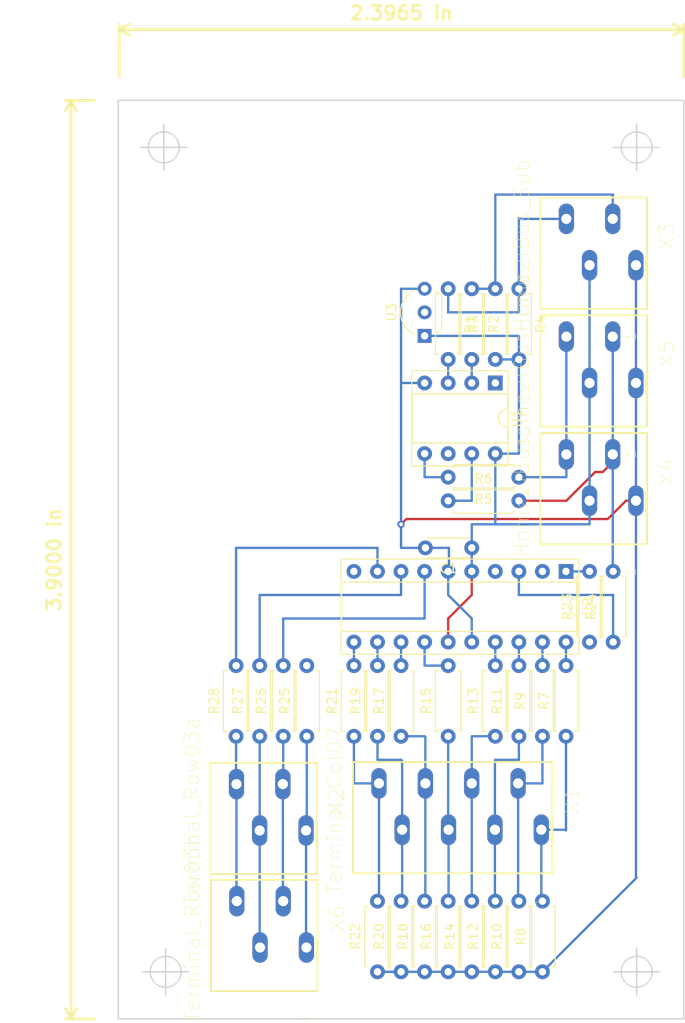
<source format=kicad_pcb>
(kicad_pcb (version 20171130) (host pcbnew 5.0.2+dfsg1-1)
  (title_block (title "Matrix Card 4x8") (date 2019-10-30) (company "Gundolf Kiefer"))
  (layers (0 F.Cu signal) (1 In1.Cu signal hide) (2 In2.Cu signal) (31 B.Cu signal) (34 B.Paste user) (35 F.Paste user) (36 B.SilkS user) (37 F.SilkS user) (38 B.Mask user) (39 F.Mask user) (44 Edge.Cuts user))
  (net 0 "")
  (net 1 +5V)
  (net 2 /twi_ma_scl)
  (net 3 /twi_ma_sda)
  (net 4 /SCL)
  (net 5 /SDA)
  (net 6 GND)
  (net 7 "Net-(U1-Pad1)")
  (net 8 "Net-(R23-Pad2)")
  (net 9 "Net-(R28-Pad2)")
  (net 10 "Net-(R27-Pad2)")
  (net 11 "Net-(R26-Pad2)")
  (net 12 "Net-(R25-Pad2)")
  (net 13 "Net-(R24-Pad1)")
  (net 14 "Net-(R5-Pad2)")
  (net 15 "Net-(R6-Pad1)")
  (net 16 "Net-(R7-Pad2)")
  (net 17 "Net-(R11-Pad2)")
  (net 18 "Net-(R9-Pad2)")
  (net 19 "Net-(R21-Pad2)")
  (net 20 "Net-(R19-Pad2)")
  (net 21 "Net-(R17-Pad2)")
  (net 22 "Net-(R15-Pad2)")
  (net 23 "Net-(R13-Pad2)")
  (net 24 "Net-(U2-Pad2)")
  (net 25 "Net-(U1-Pad6)")
  (net 26 "Net-(U2-Pad10)")
  (net 27 "Net-(R27-Pad1)")
  (net 28 "Net-(R28-Pad1)")
  (net 29 "Net-(R7-Pad1)")
  (net 30 "Net-(R10-Pad2)")
  (net 31 "Net-(R11-Pad1)")
  (net 32 "Net-(R13-Pad1)")
  (net 33 "Net-(R15-Pad1)")
  (net 34 "Net-(R26-Pad1)")
  (net 35 "Net-(R25-Pad1)")
  (net 36 "Net-(R21-Pad1)")
  (net 37 "Net-(R19-Pad1)")
  (net 38 "Net-(R17-Pad1)")
  (net 39 "Net-(R1-Pad1)")
  (net 40 "Net-(R2-Pad1)")
  (module 250-404_000-012:P-250-404 (layer F.Cu) (at 41.1672 140.86 270)
    (fp_text reference X6 (at -1.80022 -7.8138 270) (layer F.SilkS) (effects (font (size 1.57501 1.57501) (thickness 0.05))))
    (fp_text value Terminal_Row03b (at -0.80054 7.79256 270) (layer F.SilkS) (effects (font (size 1.57589 1.57589) (thickness 0.05))))
    (fp_text user 1 (at 9.00484 -4.01496 270) (layer F.SilkS) (effects (font (thickness 0.05))))
    (pad L1 thru_hole oval (at 1.3 -4.5128 90) (size 3.3 1.65) (drill 1.1) (layers *.Cu *.Mask) (net 35 "Net-(R25-Pad1)"))
    (pad L2 thru_hole oval (at -3.7 -2.0128 270) (size 3.3 1.65) (drill 1.1) (layers *.Cu *.Mask) (net 34 "Net-(R26-Pad1)"))
    (pad L3 thru_hole oval (at 1.3 0.4872 270) (size 3.3 1.65) (drill 1.1) (layers *.Cu *.Mask) (net 27 "Net-(R27-Pad1)"))
    (pad L4 thru_hole oval (at -3.7 2.9872 270) (size 3.3 1.65) (drill 1.1) (layers *.Cu *.Mask) (net 28 "Net-(R28-Pad1)"))
  )
  (module 250-404_000-012:P-250-404 (layer F.Cu) (at 76.6872 67.28 270)
    (fp_text reference X3 (at -1.80022 -7.8138 270) (layer F.SilkS) (effects (font (size 1.57501 1.57501) (thickness 0.05))))
    (fp_text value Home2lBus_Sub (at -0.80054 7.79256 270) (layer F.SilkS) (effects (font (size 1.57589 1.57589) (thickness 0.05))))
    (fp_text user 1 (at 9.00484 -4.01496 270) (layer F.SilkS) (effects (font (thickness 0.05))))
    (pad L1 thru_hole oval (at 1.3 -4.5128 90) (size 3.3 1.65) (drill 1.1) (layers *.Cu *.Mask) (net 6 GND))
    (pad L2 thru_hole oval (at -3.7 -2.0128 270) (size 3.3 1.65) (drill 1.1) (layers *.Cu *.Mask) (net 40 "Net-(R2-Pad1)"))
    (pad L3 thru_hole oval (at 1.3 0.4872 270) (size 3.3 1.65) (drill 1.1) (layers *.Cu *.Mask) (net 1 +5V))
    (pad L4 thru_hole oval (at -3.7 2.9872 270) (size 3.3 1.65) (drill 1.1) (layers *.Cu *.Mask) (net 39 "Net-(R1-Pad1)"))
  )
  (module Package_TO_SOT_THT:TO-92_Inline_Wide (layer F.Cu) (at 58.42 76.2 90)
    (fp_text reference U3 (at 2.54 -3.56 90) (layer F.SilkS))
    (fp_text value TSIC306-TO92)
    (pad 1 thru_hole rect (at 0 0 180) (size 1.5 1.5) (drill 0.8) (layers *.Cu *.Mask) (net 1 +5V))
    (pad 3 thru_hole circle (at 5.08 0 180) (size 1.5 1.5) (drill 0.8) (layers *.Cu *.Mask) (net 6 GND))
    (pad 2 thru_hole circle (at 2.54 0 180) (size 1.5 1.5) (drill 0.8) (layers *.Cu *.Mask) (net 24 "Net-(U2-Pad2)"))
  )
  (module Package_DIP:DIP-20_W7.62mm_Socket (layer F.Cu) (at 73.66 101.6 270)
    (fp_text reference U2 (at 3.81 -2.33 270) (layer F.SilkS))
    (fp_text value ATtiny861-20PU)
    (pad 1 thru_hole rect (at 0 0 270) (size 1.6 1.6) (drill 0.8) (layers *.Cu *.Mask) (net 8 "Net-(R23-Pad2)"))
    (pad 11 thru_hole oval (at 7.62 22.86 270) (size 1.6 1.6) (drill 0.8) (layers *.Cu *.Mask) (net 19 "Net-(R21-Pad2)"))
    (pad 2 thru_hole oval (at 0 2.54 270) (size 1.6 1.6) (drill 0.8) (layers *.Cu *.Mask) (net 24 "Net-(U2-Pad2)"))
    (pad 12 thru_hole oval (at 7.62 20.32 270) (size 1.6 1.6) (drill 0.8) (layers *.Cu *.Mask) (net 20 "Net-(R19-Pad2)"))
    (pad 3 thru_hole oval (at 0 5.08 270) (size 1.6 1.6) (drill 0.8) (layers *.Cu *.Mask) (net 13 "Net-(R24-Pad1)"))
    (pad 13 thru_hole oval (at 7.62 17.78 270) (size 1.6 1.6) (drill 0.8) (layers *.Cu *.Mask) (net 21 "Net-(R17-Pad2)"))
    (pad 4 thru_hole oval (at 0 7.62 270) (size 1.6 1.6) (drill 0.8) (layers *.Cu *.Mask) (net 12 "Net-(R25-Pad2)"))
    (pad 14 thru_hole oval (at 7.62 15.24 270) (size 1.6 1.6) (drill 0.8) (layers *.Cu *.Mask) (net 22 "Net-(R15-Pad2)"))
    (pad 5 thru_hole oval (at 0 10.16 270) (size 1.6 1.6) (drill 0.8) (layers *.Cu *.Mask) (net 1 +5V))
    (pad 15 thru_hole oval (at 7.62 12.7 270) (size 1.6 1.6) (drill 0.8) (layers *.Cu *.Mask) (net 1 +5V))
    (pad 6 thru_hole oval (at 0 12.7 270) (size 1.6 1.6) (drill 0.8) (layers *.Cu *.Mask) (net 6 GND))
    (pad 16 thru_hole oval (at 7.62 10.16 270) (size 1.6 1.6) (drill 0.8) (layers *.Cu *.Mask) (net 6 GND))
    (pad 7 thru_hole oval (at 0 15.24 270) (size 1.6 1.6) (drill 0.8) (layers *.Cu *.Mask) (net 11 "Net-(R26-Pad2)"))
    (pad 17 thru_hole oval (at 7.62 7.62 270) (size 1.6 1.6) (drill 0.8) (layers *.Cu *.Mask) (net 23 "Net-(R13-Pad2)"))
    (pad 8 thru_hole oval (at 0 17.78 270) (size 1.6 1.6) (drill 0.8) (layers *.Cu *.Mask) (net 10 "Net-(R27-Pad2)"))
    (pad 18 thru_hole oval (at 7.62 5.08 270) (size 1.6 1.6) (drill 0.8) (layers *.Cu *.Mask) (net 17 "Net-(R11-Pad2)"))
    (pad 9 thru_hole oval (at 0 20.32 270) (size 1.6 1.6) (drill 0.8) (layers *.Cu *.Mask) (net 9 "Net-(R28-Pad2)"))
    (pad 19 thru_hole oval (at 7.62 2.54 270) (size 1.6 1.6) (drill 0.8) (layers *.Cu *.Mask) (net 18 "Net-(R9-Pad2)"))
    (pad 10 thru_hole oval (at 0 22.86 270) (size 1.6 1.6) (drill 0.8) (layers *.Cu *.Mask) (net 26 "Net-(U2-Pad10)"))
    (pad 20 thru_hole oval (at 7.62 0 270) (size 1.6 1.6) (drill 0.8) (layers *.Cu *.Mask) (net 16 "Net-(R7-Pad2)"))
  )
  (module 250-404_000-012:P-250-404 (layer F.Cu) (at 76.6872 79.98 270)
    (fp_text reference X5 (at -1.80022 -7.8138 270) (layer F.SilkS) (effects (font (size 1.57501 1.57501) (thickness 0.05))))
    (fp_text value Home2lBus_Thru (at -0.80054 7.79256 270) (layer F.SilkS) (effects (font (size 1.57589 1.57589) (thickness 0.05))))
    (fp_text user 1 (at 9.00484 -4.01496 270) (layer F.SilkS) (effects (font (thickness 0.05))))
    (pad L1 thru_hole oval (at 1.3 -4.5128 90) (size 3.3 1.65) (drill 1.1) (layers *.Cu *.Mask) (net 6 GND))
    (pad L2 thru_hole oval (at -3.7 -2.0128 270) (size 3.3 1.65) (drill 1.1) (layers *.Cu *.Mask) (net 4 /SCL))
    (pad L3 thru_hole oval (at 1.3 0.4872 270) (size 3.3 1.65) (drill 1.1) (layers *.Cu *.Mask) (net 1 +5V))
    (pad L4 thru_hole oval (at -3.7 2.9872 270) (size 3.3 1.65) (drill 1.1) (layers *.Cu *.Mask) (net 5 /SDA))
  )
  (module 250-404_000-012:P-250-404 (layer F.Cu) (at 76.6872 92.68 270)
    (fp_text reference X4 (at -1.80022 -7.8138 270) (layer F.SilkS) (effects (font (size 1.57501 1.57501) (thickness 0.05))))
    (fp_text value Home2lBus_In (at -0.80054 7.79256 270) (layer F.SilkS) (effects (font (size 1.57589 1.57589) (thickness 0.05))))
    (fp_text user 1 (at 9.00484 -4.01496 270) (layer F.SilkS) (effects (font (thickness 0.05))))
    (pad L4 thru_hole oval (at -3.7 2.9872 270) (size 3.3 1.65) (drill 1.1) (layers *.Cu *.Mask) (net 5 /SDA))
    (pad L3 thru_hole oval (at 1.3 0.4872 270) (size 3.3 1.65) (drill 1.1) (layers *.Cu *.Mask) (net 1 +5V))
    (pad L2 thru_hole oval (at -3.7 -2.0128 270) (size 3.3 1.65) (drill 1.1) (layers *.Cu *.Mask) (net 4 /SCL))
    (pad L1 thru_hole oval (at 1.3 -4.5128 90) (size 3.3 1.65) (drill 1.1) (layers *.Cu *.Mask) (net 6 GND))
  )
  (module 250-404_000-012:P-250-404 (layer F.Cu) (at 41.1272 128.24 270)
    (fp_text reference X2 (at -1.80022 -7.8138 270) (layer F.SilkS) (effects (font (size 1.57501 1.57501) (thickness 0.05))))
    (fp_text value Terminal_Row03a (at -0.80054 7.79256 270) (layer F.SilkS) (effects (font (size 1.57589 1.57589) (thickness 0.05))))
    (fp_text user 1 (at 8.92 3.0272 270) (layer F.SilkS) (effects (font (thickness 0.05))))
    (pad L1 thru_hole oval (at 1.3 -4.5128 90) (size 3.3 1.65) (drill 1.1) (layers *.Cu *.Mask) (net 35 "Net-(R25-Pad1)"))
    (pad L2 thru_hole oval (at -3.7 -2.0128 270) (size 3.3 1.65) (drill 1.1) (layers *.Cu *.Mask) (net 34 "Net-(R26-Pad1)"))
    (pad L3 thru_hole oval (at 1.3 0.4872 270) (size 3.3 1.65) (drill 1.1) (layers *.Cu *.Mask) (net 27 "Net-(R27-Pad1)"))
    (pad L4 thru_hole oval (at -3.7 2.9872 270) (size 3.3 1.65) (drill 1.1) (layers *.Cu *.Mask) (net 28 "Net-(R28-Pad1)"))
  )
  (module 250-408_000-012:P-250-408 (layer F.Cu) (at 61.5278 128.16 270)
    (fp_text reference X1 (at -1.80134 -12.7816 270) (layer F.SilkS) (effects (font (size 1.57596 1.57596) (thickness 0.05))))
    (fp_text value Terminal_Col07 (at -0.80153 12.8522 270) (layer F.SilkS) (effects (font (size 1.5778 1.5778) (thickness 0.05))))
    (fp_text user 1 (at 9.10895 -9.18122 270) (layer F.SilkS) (effects (font (thickness 0.05))))
    (pad L1 thru_hole oval (at 1.3 -9.4722 270) (size 3.3 1.65) (drill 1.1) (layers *.Cu *.Mask) (net 29 "Net-(R7-Pad1)"))
    (pad L2 thru_hole oval (at -3.7 -6.9722 270) (size 3.3 1.65) (drill 1.1) (layers *.Cu *.Mask) (net 30 "Net-(R10-Pad2)"))
    (pad L3 thru_hole oval (at 1.3 -4.4722 270) (size 3.3 1.65) (drill 1.1) (layers *.Cu *.Mask) (net 31 "Net-(R11-Pad1)"))
    (pad L4 thru_hole oval (at -3.7 -1.9722 270) (size 3.3 1.65) (drill 1.1) (layers *.Cu *.Mask) (net 32 "Net-(R13-Pad1)"))
    (pad L5 thru_hole oval (at 1.3 0.5278 270) (size 3.3 1.65) (drill 1.1) (layers *.Cu *.Mask) (net 33 "Net-(R15-Pad1)"))
    (pad L6 thru_hole oval (at -3.7 3.0278 270) (size 3.3 1.65) (drill 1.1) (layers *.Cu *.Mask) (net 38 "Net-(R17-Pad1)"))
    (pad L7 thru_hole oval (at 1.3 5.5278 270) (size 3.3 1.65) (drill 1.1) (layers *.Cu *.Mask) (net 37 "Net-(R19-Pad1)"))
    (pad L8 thru_hole oval (at -3.7 8.0278 270) (size 3.3 1.65) (drill 1.1) (layers *.Cu *.Mask) (net 36 "Net-(R21-Pad1)"))
  )
  (module Capacitor_THT:C_Disc_D4.3mm_W1.9mm_P5.00mm (layer F.Cu) (at 63.5 99.06 180)
    (fp_text reference C1 (at 2.5 -2.2 180) (layer F.SilkS))
    (fp_text value 100nF)
    (pad 2 thru_hole circle (at 5 0 180) (size 1.6 1.6) (drill 0.8) (layers *.Cu *.Mask) (net 6 GND))
    (pad 1 thru_hole circle (at 0 0 180) (size 1.6 1.6) (drill 0.8) (layers *.Cu *.Mask) (net 1 +5V))
  )
  (module Package_DIP:DIP-8_W7.62mm_Socket (layer F.Cu) (at 66.04 81.28 270)
    (fp_text reference U1 (at 3.81 -2.33 270) (layer F.SilkS))
    (fp_text value ATtiny85V-10PU)
    (pad 8 thru_hole oval (at 7.62 0 270) (size 1.6 1.6) (drill 0.8) (layers *.Cu *.Mask) (net 1 +5V))
    (pad 4 thru_hole oval (at 0 7.62 270) (size 1.6 1.6) (drill 0.8) (layers *.Cu *.Mask) (net 6 GND))
    (pad 7 thru_hole oval (at 7.62 2.54 270) (size 1.6 1.6) (drill 0.8) (layers *.Cu *.Mask) (net 15 "Net-(R6-Pad1)"))
    (pad 3 thru_hole oval (at 0 5.08 270) (size 1.6 1.6) (drill 0.8) (layers *.Cu *.Mask) (net 3 /twi_ma_sda))
    (pad 6 thru_hole oval (at 7.62 5.08 270) (size 1.6 1.6) (drill 0.8) (layers *.Cu *.Mask) (net 25 "Net-(U1-Pad6)"))
    (pad 2 thru_hole oval (at 0 2.54 270) (size 1.6 1.6) (drill 0.8) (layers *.Cu *.Mask) (net 2 /twi_ma_scl))
    (pad 5 thru_hole oval (at 7.62 7.62 270) (size 1.6 1.6) (drill 0.8) (layers *.Cu *.Mask) (net 14 "Net-(R5-Pad2)"))
    (pad 1 thru_hole rect (at 0 0 270) (size 1.6 1.6) (drill 0.8) (layers *.Cu *.Mask) (net 7 "Net-(U1-Pad1)"))
  )
  (module Resistor_THT:R_Axial_DIN0207_L6.3mm_D2.5mm_P7.62mm_Horizontal (layer F.Cu) (at 68.58 144.78 90)
    (fp_text reference R10 (at 3.81 -2.37 90) (layer F.SilkS))
    (fp_text value 10k)
    (pad 2 thru_hole oval (at 7.62 0 90) (size 1.6 1.6) (drill 0.8) (layers *.Cu *.Mask) (net 30 "Net-(R10-Pad2)"))
    (pad 1 thru_hole circle (at 0 0 90) (size 1.6 1.6) (drill 0.8) (layers *.Cu *.Mask) (net 6 GND))
  )
  (module Resistor_THT:R_Axial_DIN0207_L6.3mm_D2.5mm_P7.62mm_Horizontal (layer F.Cu) (at 66.04 144.78 90)
    (fp_text reference R12 (at 3.81 -2.37 90) (layer F.SilkS))
    (fp_text value 10k)
    (pad 2 thru_hole oval (at 7.62 0 90) (size 1.6 1.6) (drill 0.8) (layers *.Cu *.Mask) (net 31 "Net-(R11-Pad1)"))
    (pad 1 thru_hole circle (at 0 0 90) (size 1.6 1.6) (drill 0.8) (layers *.Cu *.Mask) (net 6 GND))
  )
  (module Resistor_THT:R_Axial_DIN0207_L6.3mm_D2.5mm_P7.62mm_Horizontal (layer F.Cu) (at 66.04 119.38 90)
    (fp_text reference R13 (at 3.81 -2.37 90) (layer F.SilkS))
    (fp_text value 1k)
    (pad 2 thru_hole oval (at 7.62 0 90) (size 1.6 1.6) (drill 0.8) (layers *.Cu *.Mask) (net 23 "Net-(R13-Pad2)"))
    (pad 1 thru_hole circle (at 0 0 90) (size 1.6 1.6) (drill 0.8) (layers *.Cu *.Mask) (net 32 "Net-(R13-Pad1)"))
  )
  (module Resistor_THT:R_Axial_DIN0207_L6.3mm_D2.5mm_P7.62mm_Horizontal (layer F.Cu) (at 63.5 144.78 90)
    (fp_text reference R14 (at 3.81 -2.37 90) (layer F.SilkS))
    (fp_text value 10k)
    (pad 2 thru_hole oval (at 7.62 0 90) (size 1.6 1.6) (drill 0.8) (layers *.Cu *.Mask) (net 32 "Net-(R13-Pad1)"))
    (pad 1 thru_hole circle (at 0 0 90) (size 1.6 1.6) (drill 0.8) (layers *.Cu *.Mask) (net 6 GND))
  )
  (module Resistor_THT:R_Axial_DIN0207_L6.3mm_D2.5mm_P7.62mm_Horizontal (layer F.Cu) (at 60.96 119.38 90)
    (fp_text reference R15 (at 3.81 -2.37 90) (layer F.SilkS))
    (fp_text value 1k)
    (pad 2 thru_hole oval (at 7.62 0 90) (size 1.6 1.6) (drill 0.8) (layers *.Cu *.Mask) (net 22 "Net-(R15-Pad2)"))
    (pad 1 thru_hole circle (at 0 0 90) (size 1.6 1.6) (drill 0.8) (layers *.Cu *.Mask) (net 33 "Net-(R15-Pad1)"))
  )
  (module Resistor_THT:R_Axial_DIN0207_L6.3mm_D2.5mm_P7.62mm_Horizontal (layer F.Cu) (at 60.96 144.78 90)
    (fp_text reference R16 (at 3.81 -2.37 90) (layer F.SilkS))
    (fp_text value 10k)
    (pad 2 thru_hole oval (at 7.62 0 90) (size 1.6 1.6) (drill 0.8) (layers *.Cu *.Mask) (net 33 "Net-(R15-Pad1)"))
    (pad 1 thru_hole circle (at 0 0 90) (size 1.6 1.6) (drill 0.8) (layers *.Cu *.Mask) (net 6 GND))
  )
  (module Resistor_THT:R_Axial_DIN0207_L6.3mm_D2.5mm_P7.62mm_Horizontal (layer F.Cu) (at 55.88 119.38 90)
    (fp_text reference R17 (at 3.81 -2.37 90) (layer F.SilkS))
    (fp_text value 1k)
    (pad 2 thru_hole oval (at 7.62 0 90) (size 1.6 1.6) (drill 0.8) (layers *.Cu *.Mask) (net 21 "Net-(R17-Pad2)"))
    (pad 1 thru_hole circle (at 0 0 90) (size 1.6 1.6) (drill 0.8) (layers *.Cu *.Mask) (net 38 "Net-(R17-Pad1)"))
  )
  (module Resistor_THT:R_Axial_DIN0207_L6.3mm_D2.5mm_P7.62mm_Horizontal (layer F.Cu) (at 58.42 144.78 90)
    (fp_text reference R18 (at 3.81 -2.37 90) (layer F.SilkS))
    (fp_text value 10k)
    (pad 2 thru_hole oval (at 7.62 0 90) (size 1.6 1.6) (drill 0.8) (layers *.Cu *.Mask) (net 38 "Net-(R17-Pad1)"))
    (pad 1 thru_hole circle (at 0 0 90) (size 1.6 1.6) (drill 0.8) (layers *.Cu *.Mask) (net 6 GND))
  )
  (module Resistor_THT:R_Axial_DIN0207_L6.3mm_D2.5mm_P7.62mm_Horizontal (layer F.Cu) (at 53.34 119.38 90)
    (fp_text reference R19 (at 3.81 -2.37 90) (layer F.SilkS))
    (fp_text value 1k)
    (pad 2 thru_hole oval (at 7.62 0 90) (size 1.6 1.6) (drill 0.8) (layers *.Cu *.Mask) (net 20 "Net-(R19-Pad2)"))
    (pad 1 thru_hole circle (at 0 0 90) (size 1.6 1.6) (drill 0.8) (layers *.Cu *.Mask) (net 37 "Net-(R19-Pad1)"))
  )
  (module Resistor_THT:R_Axial_DIN0207_L6.3mm_D2.5mm_P7.62mm_Horizontal (layer F.Cu) (at 55.88 144.78 90)
    (fp_text reference R20 (at 3.81 -2.37 90) (layer F.SilkS))
    (fp_text value 10k)
    (pad 2 thru_hole oval (at 7.62 0 90) (size 1.6 1.6) (drill 0.8) (layers *.Cu *.Mask) (net 37 "Net-(R19-Pad1)"))
    (pad 1 thru_hole circle (at 0 0 90) (size 1.6 1.6) (drill 0.8) (layers *.Cu *.Mask) (net 6 GND))
  )
  (module Resistor_THT:R_Axial_DIN0207_L6.3mm_D2.5mm_P7.62mm_Horizontal (layer F.Cu) (at 50.8 119.38 90)
    (fp_text reference R21 (at 3.81 -2.37 90) (layer F.SilkS))
    (fp_text value 1k)
    (pad 2 thru_hole oval (at 7.62 0 90) (size 1.6 1.6) (drill 0.8) (layers *.Cu *.Mask) (net 19 "Net-(R21-Pad2)"))
    (pad 1 thru_hole circle (at 0 0 90) (size 1.6 1.6) (drill 0.8) (layers *.Cu *.Mask) (net 36 "Net-(R21-Pad1)"))
  )
  (module Resistor_THT:R_Axial_DIN0207_L6.3mm_D2.5mm_P7.62mm_Horizontal (layer F.Cu) (at 53.34 144.78 90)
    (fp_text reference R22 (at 3.81 -2.37 90) (layer F.SilkS))
    (fp_text value 10k)
    (pad 2 thru_hole oval (at 7.62 0 90) (size 1.6 1.6) (drill 0.8) (layers *.Cu *.Mask) (net 36 "Net-(R21-Pad1)"))
    (pad 1 thru_hole circle (at 0 0 90) (size 1.6 1.6) (drill 0.8) (layers *.Cu *.Mask) (net 6 GND))
  )
  (module Resistor_THT:R_Axial_DIN0207_L6.3mm_D2.5mm_P7.62mm_Horizontal (layer F.Cu) (at 71.12 119.38 90)
    (fp_text reference R9 (at 3.81 -2.37 90) (layer F.SilkS))
    (fp_text value 1k)
    (pad 2 thru_hole oval (at 7.62 0 90) (size 1.6 1.6) (drill 0.8) (layers *.Cu *.Mask) (net 18 "Net-(R9-Pad2)"))
    (pad 1 thru_hole circle (at 0 0 90) (size 1.6 1.6) (drill 0.8) (layers *.Cu *.Mask) (net 30 "Net-(R10-Pad2)"))
  )
  (module Resistor_THT:R_Axial_DIN0207_L6.3mm_D2.5mm_P7.62mm_Horizontal (layer F.Cu) (at 68.58 119.38 90)
    (fp_text reference R11 (at 3.81 -2.37 90) (layer F.SilkS))
    (fp_text value 1k)
    (pad 2 thru_hole oval (at 7.62 0 90) (size 1.6 1.6) (drill 0.8) (layers *.Cu *.Mask) (net 17 "Net-(R11-Pad2)"))
    (pad 1 thru_hole circle (at 0 0 90) (size 1.6 1.6) (drill 0.8) (layers *.Cu *.Mask) (net 31 "Net-(R11-Pad1)"))
  )
  (module Resistor_THT:R_Axial_DIN0207_L6.3mm_D2.5mm_P7.62mm_Horizontal (layer F.Cu) (at 71.12 144.78 90)
    (fp_text reference R8 (at 3.81 -2.37 90) (layer F.SilkS))
    (fp_text value 10k)
    (pad 2 thru_hole oval (at 7.62 0 90) (size 1.6 1.6) (drill 0.8) (layers *.Cu *.Mask) (net 29 "Net-(R7-Pad1)"))
    (pad 1 thru_hole circle (at 0 0 90) (size 1.6 1.6) (drill 0.8) (layers *.Cu *.Mask) (net 6 GND))
  )
  (module Resistor_THT:R_Axial_DIN0207_L6.3mm_D2.5mm_P7.62mm_Horizontal (layer F.Cu) (at 73.66 119.38 90)
    (fp_text reference R7 (at 3.81 -2.37 90) (layer F.SilkS))
    (fp_text value 1k)
    (pad 2 thru_hole oval (at 7.62 0 90) (size 1.6 1.6) (drill 0.8) (layers *.Cu *.Mask) (net 16 "Net-(R7-Pad2)"))
    (pad 1 thru_hole circle (at 0 0 90) (size 1.6 1.6) (drill 0.8) (layers *.Cu *.Mask) (net 29 "Net-(R7-Pad1)"))
  )
  (module Resistor_THT:R_Axial_DIN0207_L6.3mm_D2.5mm_P7.62mm_Horizontal (layer F.Cu) (at 60.96 93.98)
    (fp_text reference R6 (at 3.81 -2.37) (layer F.SilkS))
    (fp_text value 100)
    (pad 2 thru_hole oval (at 7.62 0) (size 1.6 1.6) (drill 0.8) (layers *.Cu *.Mask) (net 4 /SCL))
    (pad 1 thru_hole circle (at 0 0) (size 1.6 1.6) (drill 0.8) (layers *.Cu *.Mask) (net 15 "Net-(R6-Pad1)"))
  )
  (module Resistor_THT:R_Axial_DIN0207_L6.3mm_D2.5mm_P7.62mm_Horizontal (layer F.Cu) (at 68.58 91.44 180)
    (fp_text reference R5 (at 3.81 -2.37 180) (layer F.SilkS))
    (fp_text value 100)
    (pad 2 thru_hole oval (at 7.62 0 180) (size 1.6 1.6) (drill 0.8) (layers *.Cu *.Mask) (net 14 "Net-(R5-Pad2)"))
    (pad 1 thru_hole circle (at 0 0 180) (size 1.6 1.6) (drill 0.8) (layers *.Cu *.Mask) (net 5 /SDA))
  )
  (module Resistor_THT:R_Axial_DIN0207_L6.3mm_D2.5mm_P7.62mm_Horizontal (layer F.Cu) (at 68.58 71.12 270)
    (fp_text reference R4 (at 3.81 -2.37 270) (layer F.SilkS))
    (fp_text value 1k)
    (pad 2 thru_hole oval (at 7.62 0 270) (size 1.6 1.6) (drill 0.8) (layers *.Cu *.Mask) (net 1 +5V))
    (pad 1 thru_hole circle (at 0 0 270) (size 1.6 1.6) (drill 0.8) (layers *.Cu *.Mask) (net 39 "Net-(R1-Pad1)"))
  )
  (module Resistor_THT:R_Axial_DIN0207_L6.3mm_D2.5mm_P7.62mm_Horizontal (layer F.Cu) (at 66.04 78.74 90)
    (fp_text reference R3 (at 3.81 -2.37 90) (layer F.SilkS))
    (fp_text value 1k)
    (pad 2 thru_hole oval (at 7.62 0 90) (size 1.6 1.6) (drill 0.8) (layers *.Cu *.Mask) (net 40 "Net-(R2-Pad1)"))
    (pad 1 thru_hole circle (at 0 0 90) (size 1.6 1.6) (drill 0.8) (layers *.Cu *.Mask) (net 1 +5V))
  )
  (module Resistor_THT:R_Axial_DIN0207_L6.3mm_D2.5mm_P7.62mm_Horizontal (layer F.Cu) (at 63.5 71.12 270)
    (fp_text reference R2 (at 3.81 -2.37 270) (layer F.SilkS))
    (fp_text value 100)
    (pad 2 thru_hole oval (at 7.62 0 270) (size 1.6 1.6) (drill 0.8) (layers *.Cu *.Mask) (net 2 /twi_ma_scl))
    (pad 1 thru_hole circle (at 0 0 270) (size 1.6 1.6) (drill 0.8) (layers *.Cu *.Mask) (net 40 "Net-(R2-Pad1)"))
  )
  (module Resistor_THT:R_Axial_DIN0207_L6.3mm_D2.5mm_P7.62mm_Horizontal (layer F.Cu) (at 60.96 71.12 270)
    (fp_text reference R1 (at 3.81 -2.37 270) (layer F.SilkS))
    (fp_text value 100)
    (pad 2 thru_hole oval (at 7.62 0 270) (size 1.6 1.6) (drill 0.8) (layers *.Cu *.Mask) (net 3 /twi_ma_sda))
    (pad 1 thru_hole circle (at 0 0 270) (size 1.6 1.6) (drill 0.8) (layers *.Cu *.Mask) (net 39 "Net-(R1-Pad1)"))
  )
  (module Resistor_THT:R_Axial_DIN0207_L6.3mm_D2.5mm_P7.62mm_Horizontal (layer F.Cu) (at 78.74 109.22 90)
    (fp_text reference R24 (at 3.81 -2.37 90) (layer F.SilkS))
    (fp_text value 100)
    (pad 2 thru_hole oval (at 7.62 0 90) (size 1.6 1.6) (drill 0.8) (layers *.Cu *.Mask) (net 4 /SCL))
    (pad 1 thru_hole circle (at 0 0 90) (size 1.6 1.6) (drill 0.8) (layers *.Cu *.Mask) (net 13 "Net-(R24-Pad1)"))
  )
  (module Resistor_THT:R_Axial_DIN0207_L6.3mm_D2.5mm_P7.62mm_Horizontal (layer F.Cu) (at 45.72 119.38 90)
    (fp_text reference R25 (at 3.81 -2.37 90) (layer F.SilkS))
    (fp_text value 100)
    (pad 2 thru_hole oval (at 7.62 0 90) (size 1.6 1.6) (drill 0.8) (layers *.Cu *.Mask) (net 12 "Net-(R25-Pad2)"))
    (pad 1 thru_hole circle (at 0 0 90) (size 1.6 1.6) (drill 0.8) (layers *.Cu *.Mask) (net 35 "Net-(R25-Pad1)"))
  )
  (module Resistor_THT:R_Axial_DIN0207_L6.3mm_D2.5mm_P7.62mm_Horizontal (layer F.Cu) (at 43.18 119.38 90)
    (fp_text reference R26 (at 3.81 -2.37 90) (layer F.SilkS))
    (fp_text value 100)
    (pad 2 thru_hole oval (at 7.62 0 90) (size 1.6 1.6) (drill 0.8) (layers *.Cu *.Mask) (net 11 "Net-(R26-Pad2)"))
    (pad 1 thru_hole circle (at 0 0 90) (size 1.6 1.6) (drill 0.8) (layers *.Cu *.Mask) (net 34 "Net-(R26-Pad1)"))
  )
  (module Resistor_THT:R_Axial_DIN0207_L6.3mm_D2.5mm_P7.62mm_Horizontal (layer F.Cu) (at 40.64 119.38 90)
    (fp_text reference R27 (at 3.81 -2.37 90) (layer F.SilkS))
    (fp_text value 100)
    (pad 2 thru_hole oval (at 7.62 0 90) (size 1.6 1.6) (drill 0.8) (layers *.Cu *.Mask) (net 10 "Net-(R27-Pad2)"))
    (pad 1 thru_hole circle (at 0 0 90) (size 1.6 1.6) (drill 0.8) (layers *.Cu *.Mask) (net 27 "Net-(R27-Pad1)"))
  )
  (module Resistor_THT:R_Axial_DIN0207_L6.3mm_D2.5mm_P7.62mm_Horizontal (layer F.Cu) (at 38.1 119.38 90)
    (fp_text reference R28 (at 3.81 -2.37 90) (layer F.SilkS))
    (fp_text value 100)
    (pad 2 thru_hole oval (at 7.62 0 90) (size 1.6 1.6) (drill 0.8) (layers *.Cu *.Mask) (net 9 "Net-(R28-Pad2)"))
    (pad 1 thru_hole circle (at 0 0 90) (size 1.6 1.6) (drill 0.8) (layers *.Cu *.Mask) (net 28 "Net-(R28-Pad1)"))
  )
  (module Resistor_THT:R_Axial_DIN0207_L6.3mm_D2.5mm_P7.62mm_Horizontal (layer F.Cu) (at 76.2 109.22 90)
    (fp_text reference R23 (at 3.81 -2.37 90) (layer F.SilkS))
    (fp_text value 100)
    (pad 2 thru_hole oval (at 7.62 0 90) (size 1.6 1.6) (drill 0.8) (layers *.Cu *.Mask) (net 8 "Net-(R23-Pad2)"))
    (pad 1 thru_hole circle (at 0 0 90) (size 1.6 1.6) (drill 0.8) (layers *.Cu *.Mask) (net 5 /SDA))
  )
  (target plus (at 81.28 144.78) (size 5) (width 0.15) (layer Edge.Cuts))
  (target plus (at 30.507442 144.78) (size 5) (width 0.15) (layer Edge.Cuts))
  (target plus (at 81.28 55.88) (size 5) (width 0.15) (layer Edge.Cuts))
  (target plus (at 30.302565 55.870249) (size 5) (width 0.15) (layer Edge.Cuts))
  (gr_line (start 86.36 149.86) (end 86.36 50.8) (layer Edge.Cuts) (width 0.15))
  (gr_line (start 25.4 149.86) (end 86.36 149.86) (layer Edge.Cuts) (width 0.15))
  (gr_line (start 25.4 50.8) (end 25.4 149.86) (layer Edge.Cuts) (width 0.15))
  (gr_line (start 86.36 50.8) (end 25.4 50.8) (layer Edge.Cuts) (width 0.15))
  (dimension 60.87181 (width 0.3) (layer F.SilkS) (gr_text "60.872 mm" (at 55.924516 41.081787 359.996635) (layer F.SilkS) (effects (font (size 1.5 1.5) (thickness 0.3)))) (feature1 (pts (xy 86.36 48.26) (xy 86.360333 42.597154))) (feature2 (pts (xy 25.48819 48.256425) (xy 25.488523 42.593579))) (crossbar (pts (xy 25.488488 43.18) (xy 86.360298 43.183575))) (arrow1a (pts (xy 86.360298 43.183575) (xy 85.23376 43.76993))) (arrow1b (pts (xy 86.360298 43.183575) (xy 85.233829 42.597088))) (arrow2a (pts (xy 25.488488 43.18) (xy 26.614957 43.766487))) (arrow2b (pts (xy 25.488488 43.18) (xy 26.615026 42.593645))))
  (dimension 99.06 (width 0.3) (layer F.SilkS) (gr_text "99.060 mm" (at 18.185624 100.33 270) (layer F.SilkS) (effects (font (size 1.5 1.5) (thickness 0.3)))) (feature1 (pts (xy 22.825624 149.86) (xy 19.699203 149.86))) (feature2 (pts (xy 22.825624 50.8) (xy 19.699203 50.8))) (crossbar (pts (xy 20.285624 50.8) (xy 20.285624 149.86))) (arrow1a (pts (xy 20.285624 149.86) (xy 19.699203 148.733496))) (arrow1b (pts (xy 20.285624 149.86) (xy 20.872045 148.733496))) (arrow2a (pts (xy 20.285624 50.8) (xy 19.699203 51.926504))) (arrow2b (pts (xy 20.285624 50.8) (xy 20.872045 51.926504))))
  (segment (start 76.2 68.58) (end 76.2 93.98) (width 0.25) (layer B.Cu) (net 1))
  (segment (start 63.5 99.06) (end 63.5 101.6) (width 0.25) (layer B.Cu) (net 1))
  (segment (start 68.58 88.9) (end 66.04 88.9) (width 0.25) (layer B.Cu) (net 1))
  (segment (start 68.58 78.74) (end 68.58 88.9) (width 0.25) (layer B.Cu) (net 1))
  (segment (start 68.58 78.74) (end 66.04 78.74) (width 0.25) (layer B.Cu) (net 1))
  (segment (start 63.5 101.6) (end 63.5 104.14) (width 0.25) (layer F.Cu) (net 1))
  (segment (start 63.5 104.14) (end 60.96 106.68) (width 0.25) (layer F.Cu) (net 1))
  (segment (start 60.96 106.68) (end 60.96 109.22) (width 0.25) (layer F.Cu) (net 1))
  (segment (start 76.2 93.98) (end 76.2 96.52) (width 0.25) (layer B.Cu) (net 1))
  (segment (start 76.2 96.52) (end 66.04 96.52) (width 0.25) (layer B.Cu) (net 1))
  (segment (start 66.04 96.52) (end 66.04 88.9) (width 0.25) (layer B.Cu) (net 1))
  (segment (start 68.58 76.2) (end 68.58 78.74) (width 0.25) (layer B.Cu) (net 1))
  (segment (start 58.42 76.2) (end 68.58 76.2) (width 0.25) (layer B.Cu) (net 1))
  (segment (start 66.04 96.52) (end 63.5 96.52) (width 0.25) (layer B.Cu) (net 1))
  (segment (start 63.5 96.52) (end 63.5 99.06) (width 0.25) (layer B.Cu) (net 1))
  (segment (start 63.5 78.74) (end 63.5 81.28) (width 0.25) (layer B.Cu) (net 2))
  (segment (start 60.96 78.74) (end 60.96 81.28) (width 0.25) (layer B.Cu) (net 3))
  (segment (start 78.7 76.28) (end 78.7 88.98) (width 0.25) (layer B.Cu) (net 4))
  (segment (start 78.7 88.98) (end 78.7 101.56) (width 0.25) (layer B.Cu) (net 4))
  (segment (start 78.7 89.805) (end 78.7 88.98) (width 0.25) (layer F.Cu) (net 4))
  (segment (start 77.625 90.88) (end 78.7 89.805) (width 0.25) (layer F.Cu) (net 4))
  (segment (start 76.8 90.88) (end 77.625 90.88) (width 0.25) (layer F.Cu) (net 4))
  (segment (start 73.7 93.98) (end 76.8 90.88) (width 0.25) (layer F.Cu) (net 4))
  (segment (start 68.58 93.98) (end 73.7 93.98) (width 0.25) (layer F.Cu) (net 4))
  (segment (start 73.7 76.28) (end 73.7 88.98) (width 0.25) (layer B.Cu) (net 5))
  (segment (start 68.58 91.44) (end 73.66 91.44) (width 0.25) (layer B.Cu) (net 5))
  (segment (start 73.7 88.98) (end 73.7 91.4) (width 0.25) (layer B.Cu) (net 5))
  (segment (start 73.7 91.4) (end 73.66 91.44) (width 0.25) (layer B.Cu) (net 5))
  (segment (start 81.2 68.58) (end 81.2 93.98) (width 0.25) (layer B.Cu) (net 6))
  (segment (start 53.34 144.78) (end 55.88 144.78) (width 0.25) (layer B.Cu) (net 6))
  (segment (start 53.34 144.78) (end 68.58 144.78) (width 0.25) (layer B.Cu) (net 6))
  (segment (start 68.58 144.78) (end 71.12 144.78) (width 0.25) (layer B.Cu) (net 6))
  (segment (start 71.12 144.78) (end 81.28 134.62) (width 0.25) (layer B.Cu) (net 6))
  (segment (start 81.2 134.54) (end 81.2 93.98) (width 0.25) (layer B.Cu) (net 6))
  (segment (start 81.28 134.62) (end 81.2 134.54) (width 0.25) (layer B.Cu) (net 6))
  (segment (start 61.04 101.52) (end 60.96 101.6) (width 0.25) (layer B.Cu) (net 6))
  (segment (start 61.04 99.06) (end 61.04 101.52) (width 0.25) (layer B.Cu) (net 6))
  (segment (start 60.96 101.6) (end 60.96 104.14) (width 0.25) (layer B.Cu) (net 6))
  (segment (start 60.96 104.14) (end 63.5 106.68) (width 0.25) (layer B.Cu) (net 6))
  (segment (start 63.5 106.68) (end 63.5 109.22) (width 0.25) (layer B.Cu) (net 6))
  (segment (start 61.04 99.06) (end 58.42 99.06) (width 0.25) (layer B.Cu) (net 6))
  (segment (start 55.88 99.06) (end 55.88 96.52) (width 0.25) (layer B.Cu) (net 6))
  (segment (start 55.88 81.28) (end 58.42 81.28) (width 0.25) (layer B.Cu) (net 6))
  (segment (start 58.42 71.12) (end 55.88 71.12) (width 0.25) (layer B.Cu) (net 6))
  (segment (start 55.88 71.12) (end 55.88 81.28) (width 0.25) (layer B.Cu) (net 6))
  (segment (start 55.88 96.52) (end 55.88 81.28) (width 0.25) (layer B.Cu) (net 6))
  (via (at 55.88 96.52) (size 0.8) (drill 0.4) (layers F.Cu B.Cu) (net 6))
  (segment (start 56.44499 95.95501) (end 55.88 96.52) (width 0.25) (layer F.Cu) (net 6))
  (segment (start 81.2 93.98) (end 80.125 93.98) (width 0.25) (layer F.Cu) (net 6))
  (segment (start 78.14999 95.95501) (end 56.44499 95.95501) (width 0.25) (layer F.Cu) (net 6))
  (segment (start 80.125 93.98) (end 78.14999 95.95501) (width 0.25) (layer F.Cu) (net 6))
  (segment (start 55.88 99.06) (end 58.5 99.06) (width 0.25) (layer B.Cu) (net 6))
  (segment (start 73.66 101.6) (end 76.2 101.6) (width 0.25) (layer B.Cu) (net 8))
  (segment (start 38.1 111.76) (end 38.1 104.14) (width 0.25) (layer B.Cu) (net 9))
  (segment (start 43.18 99.06) (end 53.34 99.06) (width 0.25) (layer B.Cu) (net 9))
  (segment (start 53.34 99.06) (end 53.34 101.6) (width 0.25) (layer B.Cu) (net 9))
  (segment (start 43.18 99.06) (end 38.1 99.06) (width 0.25) (layer B.Cu) (net 9))
  (segment (start 38.1 99.06) (end 38.1 104.14) (width 0.25) (layer B.Cu) (net 9))
  (segment (start 40.64 111.76) (end 40.64 106.68) (width 0.25) (layer B.Cu) (net 10))
  (segment (start 43.18 104.14) (end 55.88 104.14) (width 0.25) (layer B.Cu) (net 10))
  (segment (start 55.88 104.14) (end 55.88 101.6) (width 0.25) (layer B.Cu) (net 10))
  (segment (start 43.18 104.14) (end 40.64 104.14) (width 0.25) (layer B.Cu) (net 10))
  (segment (start 40.64 104.14) (end 40.64 106.68) (width 0.25) (layer B.Cu) (net 10))
  (segment (start 43.18 111.76) (end 43.18 109.22) (width 0.25) (layer B.Cu) (net 11))
  (segment (start 45.72 106.68) (end 58.42 106.68) (width 0.25) (layer B.Cu) (net 11))
  (segment (start 58.42 106.68) (end 58.42 101.6) (width 0.25) (layer B.Cu) (net 11))
  (segment (start 45.72 106.68) (end 43.18 106.68) (width 0.25) (layer B.Cu) (net 11))
  (segment (start 43.18 106.68) (end 43.18 109.22) (width 0.25) (layer B.Cu) (net 11))
  (segment (start 78.74 104.14) (end 78.74 109.22) (width 0.25) (layer B.Cu) (net 13))
  (segment (start 68.58 101.6) (end 68.58 104.14) (width 0.25) (layer B.Cu) (net 13))
  (segment (start 68.58 104.14) (end 78.74 104.14) (width 0.25) (layer B.Cu) (net 13))
  (segment (start 60.96 91.44) (end 58.42 91.44) (width 0.25) (layer B.Cu) (net 14))
  (segment (start 58.42 91.44) (end 58.42 88.9) (width 0.25) (layer B.Cu) (net 14))
  (segment (start 60.96 93.98) (end 63.5 93.98) (width 0.25) (layer B.Cu) (net 15))
  (segment (start 63.5 93.98) (end 63.5 88.9) (width 0.25) (layer B.Cu) (net 15))
  (segment (start 73.66 109.22) (end 73.66 111.76) (width 0.25) (layer B.Cu) (net 16))
  (segment (start 68.58 109.22) (end 68.58 111.76) (width 0.25) (layer B.Cu) (net 17))
  (segment (start 71.12 109.22) (end 71.12 111.76) (width 0.25) (layer B.Cu) (net 18))
  (segment (start 50.8 109.22) (end 50.8 111.76) (width 0.25) (layer B.Cu) (net 19))
  (segment (start 53.34 109.22) (end 53.34 111.76) (width 0.25) (layer B.Cu) (net 20))
  (segment (start 55.88 109.22) (end 55.88 111.76) (width 0.25) (layer B.Cu) (net 21))
  (segment (start 58.42 109.22) (end 58.42 111.76) (width 0.25) (layer B.Cu) (net 22))
  (segment (start 58.42 111.76) (end 60.96 111.76) (width 0.25) (layer B.Cu) (net 22))
  (segment (start 66.04 109.22) (end 66.04 111.76) (width 0.25) (layer B.Cu) (net 23))
  (segment (start 40.64 119.38) (end 40.64 129.54) (width 0.25) (layer B.Cu) (net 27))
  (segment (start 40.64 142.12) (end 40.68 142.16) (width 0.25) (layer B.Cu) (net 27))
  (segment (start 40.64 129.54) (end 40.64 142.12) (width 0.25) (layer B.Cu) (net 27))
  (segment (start 38.1 124.5) (end 38.14 124.54) (width 0.25) (layer B.Cu) (net 28))
  (segment (start 38.1 119.38) (end 38.1 124.5) (width 0.25) (layer B.Cu) (net 28))
  (segment (start 38.14 137.12) (end 38.18 137.16) (width 0.25) (layer B.Cu) (net 28))
  (segment (start 38.14 124.54) (end 38.14 137.12) (width 0.25) (layer B.Cu) (net 28))
  (segment (start 71 129.46) (end 71 137.04) (width 0.25) (layer B.Cu) (net 29))
  (segment (start 73.66 119.38) (end 73.66 129.54) (width 0.25) (layer B.Cu) (net 29))
  (segment (start 73.58 129.46) (end 71 129.46) (width 0.25) (layer B.Cu) (net 29))
  (segment (start 73.66 129.54) (end 73.58 129.46) (width 0.25) (layer B.Cu) (net 29))
  (segment (start 68.46 137.04) (end 68.58 137.16) (width 0.25) (layer B.Cu) (net 30))
  (segment (start 68.5 137.08) (end 68.58 137.16) (width 0.25) (layer B.Cu) (net 30))
  (segment (start 68.5 124.46) (end 68.5 137.08) (width 0.25) (layer B.Cu) (net 30))
  (segment (start 71.12 119.38) (end 71.12 124.46) (width 0.25) (layer B.Cu) (net 30))
  (segment (start 71.12 124.46) (end 68.5 124.46) (width 0.25) (layer B.Cu) (net 30))
  (segment (start 66 137.12) (end 66.04 137.16) (width 0.25) (layer B.Cu) (net 31))
  (segment (start 66 129.46) (end 66 137.12) (width 0.25) (layer B.Cu) (net 31))
  (segment (start 68.58 119.38) (end 68.58 121.92) (width 0.25) (layer B.Cu) (net 31))
  (segment (start 68.58 121.92) (end 66.04 121.92) (width 0.25) (layer B.Cu) (net 31))
  (segment (start 66 121.96) (end 66 129.46) (width 0.25) (layer B.Cu) (net 31))
  (segment (start 66.04 121.92) (end 66 121.96) (width 0.25) (layer B.Cu) (net 31))
  (segment (start 63.5 124.46) (end 63.5 137.16) (width 0.25) (layer B.Cu) (net 32))
  (segment (start 66.04 119.38) (end 63.5 119.38) (width 0.25) (layer B.Cu) (net 32))
  (segment (start 63.5 119.38) (end 63.5 124.46) (width 0.25) (layer B.Cu) (net 32))
  (segment (start 61 137.12) (end 60.96 137.16) (width 0.25) (layer B.Cu) (net 33))
  (segment (start 61 129.46) (end 61 137.12) (width 0.25) (layer B.Cu) (net 33))
  (segment (start 60.96 129.42) (end 61 129.46) (width 0.25) (layer B.Cu) (net 33))
  (segment (start 60.96 119.38) (end 60.96 129.42) (width 0.25) (layer B.Cu) (net 33))
  (segment (start 43.18 124.5) (end 43.14 124.54) (width 0.25) (layer B.Cu) (net 34))
  (segment (start 43.18 119.38) (end 43.18 124.5) (width 0.25) (layer B.Cu) (net 34))
  (segment (start 43.14 137.12) (end 43.18 137.16) (width 0.25) (layer B.Cu) (net 34))
  (segment (start 43.14 124.54) (end 43.14 137.12) (width 0.25) (layer B.Cu) (net 34))
  (segment (start 45.72 129.46) (end 45.64 129.54) (width 0.25) (layer B.Cu) (net 35))
  (segment (start 45.72 119.38) (end 45.72 129.46) (width 0.25) (layer B.Cu) (net 35))
  (segment (start 45.64 142.12) (end 45.68 142.16) (width 0.25) (layer B.Cu) (net 35))
  (segment (start 45.64 129.54) (end 45.64 142.12) (width 0.25) (layer B.Cu) (net 35))
  (segment (start 53.5 137) (end 53.34 137.16) (width 0.25) (layer B.Cu) (net 36))
  (segment (start 53.5 124.46) (end 53.5 137) (width 0.25) (layer B.Cu) (net 36))
  (segment (start 50.8 119.38) (end 50.8 124.46) (width 0.25) (layer B.Cu) (net 36))
  (segment (start 50.8 124.46) (end 53.5 124.46) (width 0.25) (layer B.Cu) (net 36))
  (segment (start 56 137.04) (end 55.88 137.16) (width 0.25) (layer B.Cu) (net 37))
  (segment (start 56 129.46) (end 56 137.04) (width 0.25) (layer B.Cu) (net 37))
  (segment (start 53.34 119.38) (end 53.34 121.92) (width 0.25) (layer B.Cu) (net 37))
  (segment (start 53.34 121.92) (end 55.88 121.92) (width 0.25) (layer B.Cu) (net 37))
  (segment (start 56 122.04) (end 56 129.46) (width 0.25) (layer B.Cu) (net 37))
  (segment (start 55.88 121.92) (end 56 122.04) (width 0.25) (layer B.Cu) (net 37))
  (segment (start 58.5 137.08) (end 58.42 137.16) (width 0.25) (layer B.Cu) (net 38))
  (segment (start 58.5 124.46) (end 58.5 137.08) (width 0.25) (layer B.Cu) (net 38))
  (segment (start 55.88 119.38) (end 58.42 119.38) (width 0.25) (layer B.Cu) (net 38))
  (segment (start 58.5 119.46) (end 58.5 124.46) (width 0.25) (layer B.Cu) (net 38))
  (segment (start 58.42 119.38) (end 58.5 119.46) (width 0.25) (layer B.Cu) (net 38))
  (segment (start 60.96 73.66) (end 60.96 71.12) (width 0.25) (layer B.Cu) (net 39))
  (segment (start 60.96 73.66) (end 68.58 73.66) (width 0.25) (layer B.Cu) (net 39))
  (segment (start 68.58 71.12) (end 68.58 73.66) (width 0.25) (layer B.Cu) (net 39))
  (segment (start 68.58 71.12) (end 68.58 63.5) (width 0.25) (layer B.Cu) (net 39))
  (segment (start 68.66 63.58) (end 73.7 63.58) (width 0.25) (layer B.Cu) (net 39))
  (segment (start 68.58 63.5) (end 68.66 63.58) (width 0.25) (layer B.Cu) (net 39))
  (segment (start 63.5 71.12) (end 66.04 71.12) (width 0.25) (layer B.Cu) (net 40))
  (segment (start 66.04 71.12) (end 66.04 68.58) (width 0.25) (layer B.Cu) (net 40))
  (segment (start 68.58 60.96) (end 78.74 60.96) (width 0.25) (layer B.Cu) (net 40))
  (segment (start 78.7 61) (end 78.7 63.58) (width 0.25) (layer B.Cu) (net 40))
  (segment (start 78.74 60.96) (end 78.7 61) (width 0.25) (layer B.Cu) (net 40))
  (segment (start 66.04 68.58) (end 66.04 60.96) (width 0.25) (layer B.Cu) (net 40))
  (segment (start 66.04 60.96) (end 68.58 60.96) (width 0.25) (layer B.Cu) (net 40))
)
</source>
